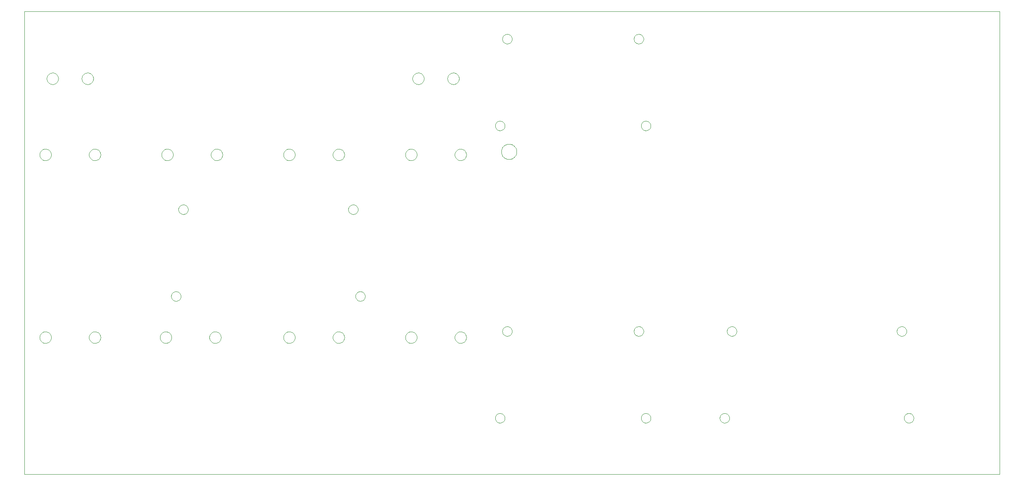
<source format=gko>
G75*
G70*
%OFA0B0*%
%FSLAX24Y24*%
%IPPOS*%
%LPD*%
%AMOC8*
5,1,8,0,0,1.08239X$1,22.5*
%
%ADD10C,0.0000*%
D10*
X001625Y002625D02*
X001625Y040625D01*
X081625Y040625D01*
X081625Y002625D01*
X001625Y002625D01*
X002873Y013875D02*
X002875Y013918D01*
X002881Y013961D01*
X002891Y014003D01*
X002904Y014044D01*
X002921Y014083D01*
X002942Y014121D01*
X002966Y014157D01*
X002993Y014191D01*
X003023Y014221D01*
X003056Y014249D01*
X003092Y014274D01*
X003129Y014296D01*
X003168Y014314D01*
X003209Y014328D01*
X003251Y014339D01*
X003293Y014346D01*
X003336Y014349D01*
X003379Y014348D01*
X003422Y014343D01*
X003464Y014334D01*
X003506Y014322D01*
X003546Y014305D01*
X003584Y014285D01*
X003620Y014262D01*
X003654Y014236D01*
X003686Y014206D01*
X003715Y014174D01*
X003740Y014139D01*
X003763Y014103D01*
X003782Y014064D01*
X003797Y014024D01*
X003809Y013982D01*
X003817Y013940D01*
X003821Y013897D01*
X003821Y013853D01*
X003817Y013810D01*
X003809Y013768D01*
X003797Y013726D01*
X003782Y013686D01*
X003763Y013647D01*
X003740Y013611D01*
X003715Y013576D01*
X003686Y013544D01*
X003654Y013514D01*
X003620Y013488D01*
X003584Y013465D01*
X003546Y013445D01*
X003506Y013428D01*
X003464Y013416D01*
X003422Y013407D01*
X003379Y013402D01*
X003336Y013401D01*
X003293Y013404D01*
X003251Y013411D01*
X003209Y013422D01*
X003168Y013436D01*
X003129Y013454D01*
X003092Y013476D01*
X003056Y013501D01*
X003023Y013529D01*
X002993Y013559D01*
X002966Y013593D01*
X002942Y013629D01*
X002921Y013667D01*
X002904Y013706D01*
X002891Y013747D01*
X002881Y013789D01*
X002875Y013832D01*
X002873Y013875D01*
X006929Y013875D02*
X006931Y013918D01*
X006937Y013961D01*
X006947Y014003D01*
X006960Y014044D01*
X006977Y014083D01*
X006998Y014121D01*
X007022Y014157D01*
X007049Y014191D01*
X007079Y014221D01*
X007112Y014249D01*
X007148Y014274D01*
X007185Y014296D01*
X007224Y014314D01*
X007265Y014328D01*
X007307Y014339D01*
X007349Y014346D01*
X007392Y014349D01*
X007435Y014348D01*
X007478Y014343D01*
X007520Y014334D01*
X007562Y014322D01*
X007602Y014305D01*
X007640Y014285D01*
X007676Y014262D01*
X007710Y014236D01*
X007742Y014206D01*
X007771Y014174D01*
X007796Y014139D01*
X007819Y014103D01*
X007838Y014064D01*
X007853Y014024D01*
X007865Y013982D01*
X007873Y013940D01*
X007877Y013897D01*
X007877Y013853D01*
X007873Y013810D01*
X007865Y013768D01*
X007853Y013726D01*
X007838Y013686D01*
X007819Y013647D01*
X007796Y013611D01*
X007771Y013576D01*
X007742Y013544D01*
X007710Y013514D01*
X007676Y013488D01*
X007640Y013465D01*
X007602Y013445D01*
X007562Y013428D01*
X007520Y013416D01*
X007478Y013407D01*
X007435Y013402D01*
X007392Y013401D01*
X007349Y013404D01*
X007307Y013411D01*
X007265Y013422D01*
X007224Y013436D01*
X007185Y013454D01*
X007148Y013476D01*
X007112Y013501D01*
X007079Y013529D01*
X007049Y013559D01*
X007022Y013593D01*
X006998Y013629D01*
X006977Y013667D01*
X006960Y013706D01*
X006947Y013747D01*
X006937Y013789D01*
X006931Y013832D01*
X006929Y013875D01*
X012748Y013875D02*
X012750Y013918D01*
X012756Y013961D01*
X012766Y014003D01*
X012779Y014044D01*
X012796Y014083D01*
X012817Y014121D01*
X012841Y014157D01*
X012868Y014191D01*
X012898Y014221D01*
X012931Y014249D01*
X012967Y014274D01*
X013004Y014296D01*
X013043Y014314D01*
X013084Y014328D01*
X013126Y014339D01*
X013168Y014346D01*
X013211Y014349D01*
X013254Y014348D01*
X013297Y014343D01*
X013339Y014334D01*
X013381Y014322D01*
X013421Y014305D01*
X013459Y014285D01*
X013495Y014262D01*
X013529Y014236D01*
X013561Y014206D01*
X013590Y014174D01*
X013615Y014139D01*
X013638Y014103D01*
X013657Y014064D01*
X013672Y014024D01*
X013684Y013982D01*
X013692Y013940D01*
X013696Y013897D01*
X013696Y013853D01*
X013692Y013810D01*
X013684Y013768D01*
X013672Y013726D01*
X013657Y013686D01*
X013638Y013647D01*
X013615Y013611D01*
X013590Y013576D01*
X013561Y013544D01*
X013529Y013514D01*
X013495Y013488D01*
X013459Y013465D01*
X013421Y013445D01*
X013381Y013428D01*
X013339Y013416D01*
X013297Y013407D01*
X013254Y013402D01*
X013211Y013401D01*
X013168Y013404D01*
X013126Y013411D01*
X013084Y013422D01*
X013043Y013436D01*
X013004Y013454D01*
X012967Y013476D01*
X012931Y013501D01*
X012898Y013529D01*
X012868Y013559D01*
X012841Y013593D01*
X012817Y013629D01*
X012796Y013667D01*
X012779Y013706D01*
X012766Y013747D01*
X012756Y013789D01*
X012750Y013832D01*
X012748Y013875D01*
X016804Y013875D02*
X016806Y013918D01*
X016812Y013961D01*
X016822Y014003D01*
X016835Y014044D01*
X016852Y014083D01*
X016873Y014121D01*
X016897Y014157D01*
X016924Y014191D01*
X016954Y014221D01*
X016987Y014249D01*
X017023Y014274D01*
X017060Y014296D01*
X017099Y014314D01*
X017140Y014328D01*
X017182Y014339D01*
X017224Y014346D01*
X017267Y014349D01*
X017310Y014348D01*
X017353Y014343D01*
X017395Y014334D01*
X017437Y014322D01*
X017477Y014305D01*
X017515Y014285D01*
X017551Y014262D01*
X017585Y014236D01*
X017617Y014206D01*
X017646Y014174D01*
X017671Y014139D01*
X017694Y014103D01*
X017713Y014064D01*
X017728Y014024D01*
X017740Y013982D01*
X017748Y013940D01*
X017752Y013897D01*
X017752Y013853D01*
X017748Y013810D01*
X017740Y013768D01*
X017728Y013726D01*
X017713Y013686D01*
X017694Y013647D01*
X017671Y013611D01*
X017646Y013576D01*
X017617Y013544D01*
X017585Y013514D01*
X017551Y013488D01*
X017515Y013465D01*
X017477Y013445D01*
X017437Y013428D01*
X017395Y013416D01*
X017353Y013407D01*
X017310Y013402D01*
X017267Y013401D01*
X017224Y013404D01*
X017182Y013411D01*
X017140Y013422D01*
X017099Y013436D01*
X017060Y013454D01*
X017023Y013476D01*
X016987Y013501D01*
X016954Y013529D01*
X016924Y013559D01*
X016897Y013593D01*
X016873Y013629D01*
X016852Y013667D01*
X016835Y013706D01*
X016822Y013747D01*
X016812Y013789D01*
X016806Y013832D01*
X016804Y013875D01*
X013672Y017251D02*
X013674Y017290D01*
X013680Y017329D01*
X013690Y017367D01*
X013703Y017404D01*
X013720Y017439D01*
X013740Y017473D01*
X013764Y017504D01*
X013791Y017533D01*
X013820Y017559D01*
X013852Y017582D01*
X013886Y017602D01*
X013922Y017618D01*
X013959Y017630D01*
X013998Y017639D01*
X014037Y017644D01*
X014076Y017645D01*
X014115Y017642D01*
X014154Y017635D01*
X014191Y017624D01*
X014228Y017610D01*
X014263Y017592D01*
X014296Y017571D01*
X014327Y017546D01*
X014355Y017519D01*
X014380Y017489D01*
X014402Y017456D01*
X014421Y017422D01*
X014436Y017386D01*
X014448Y017348D01*
X014456Y017310D01*
X014460Y017271D01*
X014460Y017231D01*
X014456Y017192D01*
X014448Y017154D01*
X014436Y017116D01*
X014421Y017080D01*
X014402Y017046D01*
X014380Y017013D01*
X014355Y016983D01*
X014327Y016956D01*
X014296Y016931D01*
X014263Y016910D01*
X014228Y016892D01*
X014191Y016878D01*
X014154Y016867D01*
X014115Y016860D01*
X014076Y016857D01*
X014037Y016858D01*
X013998Y016863D01*
X013959Y016872D01*
X013922Y016884D01*
X013886Y016900D01*
X013852Y016920D01*
X013820Y016943D01*
X013791Y016969D01*
X013764Y016998D01*
X013740Y017029D01*
X013720Y017063D01*
X013703Y017098D01*
X013690Y017135D01*
X013680Y017173D01*
X013674Y017212D01*
X013672Y017251D01*
X022873Y013875D02*
X022875Y013918D01*
X022881Y013961D01*
X022891Y014003D01*
X022904Y014044D01*
X022921Y014083D01*
X022942Y014121D01*
X022966Y014157D01*
X022993Y014191D01*
X023023Y014221D01*
X023056Y014249D01*
X023092Y014274D01*
X023129Y014296D01*
X023168Y014314D01*
X023209Y014328D01*
X023251Y014339D01*
X023293Y014346D01*
X023336Y014349D01*
X023379Y014348D01*
X023422Y014343D01*
X023464Y014334D01*
X023506Y014322D01*
X023546Y014305D01*
X023584Y014285D01*
X023620Y014262D01*
X023654Y014236D01*
X023686Y014206D01*
X023715Y014174D01*
X023740Y014139D01*
X023763Y014103D01*
X023782Y014064D01*
X023797Y014024D01*
X023809Y013982D01*
X023817Y013940D01*
X023821Y013897D01*
X023821Y013853D01*
X023817Y013810D01*
X023809Y013768D01*
X023797Y013726D01*
X023782Y013686D01*
X023763Y013647D01*
X023740Y013611D01*
X023715Y013576D01*
X023686Y013544D01*
X023654Y013514D01*
X023620Y013488D01*
X023584Y013465D01*
X023546Y013445D01*
X023506Y013428D01*
X023464Y013416D01*
X023422Y013407D01*
X023379Y013402D01*
X023336Y013401D01*
X023293Y013404D01*
X023251Y013411D01*
X023209Y013422D01*
X023168Y013436D01*
X023129Y013454D01*
X023092Y013476D01*
X023056Y013501D01*
X023023Y013529D01*
X022993Y013559D01*
X022966Y013593D01*
X022942Y013629D01*
X022921Y013667D01*
X022904Y013706D01*
X022891Y013747D01*
X022881Y013789D01*
X022875Y013832D01*
X022873Y013875D01*
X026929Y013875D02*
X026931Y013918D01*
X026937Y013961D01*
X026947Y014003D01*
X026960Y014044D01*
X026977Y014083D01*
X026998Y014121D01*
X027022Y014157D01*
X027049Y014191D01*
X027079Y014221D01*
X027112Y014249D01*
X027148Y014274D01*
X027185Y014296D01*
X027224Y014314D01*
X027265Y014328D01*
X027307Y014339D01*
X027349Y014346D01*
X027392Y014349D01*
X027435Y014348D01*
X027478Y014343D01*
X027520Y014334D01*
X027562Y014322D01*
X027602Y014305D01*
X027640Y014285D01*
X027676Y014262D01*
X027710Y014236D01*
X027742Y014206D01*
X027771Y014174D01*
X027796Y014139D01*
X027819Y014103D01*
X027838Y014064D01*
X027853Y014024D01*
X027865Y013982D01*
X027873Y013940D01*
X027877Y013897D01*
X027877Y013853D01*
X027873Y013810D01*
X027865Y013768D01*
X027853Y013726D01*
X027838Y013686D01*
X027819Y013647D01*
X027796Y013611D01*
X027771Y013576D01*
X027742Y013544D01*
X027710Y013514D01*
X027676Y013488D01*
X027640Y013465D01*
X027602Y013445D01*
X027562Y013428D01*
X027520Y013416D01*
X027478Y013407D01*
X027435Y013402D01*
X027392Y013401D01*
X027349Y013404D01*
X027307Y013411D01*
X027265Y013422D01*
X027224Y013436D01*
X027185Y013454D01*
X027148Y013476D01*
X027112Y013501D01*
X027079Y013529D01*
X027049Y013559D01*
X027022Y013593D01*
X026998Y013629D01*
X026977Y013667D01*
X026960Y013706D01*
X026947Y013747D01*
X026937Y013789D01*
X026931Y013832D01*
X026929Y013875D01*
X028790Y017251D02*
X028792Y017290D01*
X028798Y017329D01*
X028808Y017367D01*
X028821Y017404D01*
X028838Y017439D01*
X028858Y017473D01*
X028882Y017504D01*
X028909Y017533D01*
X028938Y017559D01*
X028970Y017582D01*
X029004Y017602D01*
X029040Y017618D01*
X029077Y017630D01*
X029116Y017639D01*
X029155Y017644D01*
X029194Y017645D01*
X029233Y017642D01*
X029272Y017635D01*
X029309Y017624D01*
X029346Y017610D01*
X029381Y017592D01*
X029414Y017571D01*
X029445Y017546D01*
X029473Y017519D01*
X029498Y017489D01*
X029520Y017456D01*
X029539Y017422D01*
X029554Y017386D01*
X029566Y017348D01*
X029574Y017310D01*
X029578Y017271D01*
X029578Y017231D01*
X029574Y017192D01*
X029566Y017154D01*
X029554Y017116D01*
X029539Y017080D01*
X029520Y017046D01*
X029498Y017013D01*
X029473Y016983D01*
X029445Y016956D01*
X029414Y016931D01*
X029381Y016910D01*
X029346Y016892D01*
X029309Y016878D01*
X029272Y016867D01*
X029233Y016860D01*
X029194Y016857D01*
X029155Y016858D01*
X029116Y016863D01*
X029077Y016872D01*
X029040Y016884D01*
X029004Y016900D01*
X028970Y016920D01*
X028938Y016943D01*
X028909Y016969D01*
X028882Y016998D01*
X028858Y017029D01*
X028838Y017063D01*
X028821Y017098D01*
X028808Y017135D01*
X028798Y017173D01*
X028792Y017212D01*
X028790Y017251D01*
X032873Y013875D02*
X032875Y013918D01*
X032881Y013961D01*
X032891Y014003D01*
X032904Y014044D01*
X032921Y014083D01*
X032942Y014121D01*
X032966Y014157D01*
X032993Y014191D01*
X033023Y014221D01*
X033056Y014249D01*
X033092Y014274D01*
X033129Y014296D01*
X033168Y014314D01*
X033209Y014328D01*
X033251Y014339D01*
X033293Y014346D01*
X033336Y014349D01*
X033379Y014348D01*
X033422Y014343D01*
X033464Y014334D01*
X033506Y014322D01*
X033546Y014305D01*
X033584Y014285D01*
X033620Y014262D01*
X033654Y014236D01*
X033686Y014206D01*
X033715Y014174D01*
X033740Y014139D01*
X033763Y014103D01*
X033782Y014064D01*
X033797Y014024D01*
X033809Y013982D01*
X033817Y013940D01*
X033821Y013897D01*
X033821Y013853D01*
X033817Y013810D01*
X033809Y013768D01*
X033797Y013726D01*
X033782Y013686D01*
X033763Y013647D01*
X033740Y013611D01*
X033715Y013576D01*
X033686Y013544D01*
X033654Y013514D01*
X033620Y013488D01*
X033584Y013465D01*
X033546Y013445D01*
X033506Y013428D01*
X033464Y013416D01*
X033422Y013407D01*
X033379Y013402D01*
X033336Y013401D01*
X033293Y013404D01*
X033251Y013411D01*
X033209Y013422D01*
X033168Y013436D01*
X033129Y013454D01*
X033092Y013476D01*
X033056Y013501D01*
X033023Y013529D01*
X032993Y013559D01*
X032966Y013593D01*
X032942Y013629D01*
X032921Y013667D01*
X032904Y013706D01*
X032891Y013747D01*
X032881Y013789D01*
X032875Y013832D01*
X032873Y013875D01*
X036929Y013875D02*
X036931Y013918D01*
X036937Y013961D01*
X036947Y014003D01*
X036960Y014044D01*
X036977Y014083D01*
X036998Y014121D01*
X037022Y014157D01*
X037049Y014191D01*
X037079Y014221D01*
X037112Y014249D01*
X037148Y014274D01*
X037185Y014296D01*
X037224Y014314D01*
X037265Y014328D01*
X037307Y014339D01*
X037349Y014346D01*
X037392Y014349D01*
X037435Y014348D01*
X037478Y014343D01*
X037520Y014334D01*
X037562Y014322D01*
X037602Y014305D01*
X037640Y014285D01*
X037676Y014262D01*
X037710Y014236D01*
X037742Y014206D01*
X037771Y014174D01*
X037796Y014139D01*
X037819Y014103D01*
X037838Y014064D01*
X037853Y014024D01*
X037865Y013982D01*
X037873Y013940D01*
X037877Y013897D01*
X037877Y013853D01*
X037873Y013810D01*
X037865Y013768D01*
X037853Y013726D01*
X037838Y013686D01*
X037819Y013647D01*
X037796Y013611D01*
X037771Y013576D01*
X037742Y013544D01*
X037710Y013514D01*
X037676Y013488D01*
X037640Y013465D01*
X037602Y013445D01*
X037562Y013428D01*
X037520Y013416D01*
X037478Y013407D01*
X037435Y013402D01*
X037392Y013401D01*
X037349Y013404D01*
X037307Y013411D01*
X037265Y013422D01*
X037224Y013436D01*
X037185Y013454D01*
X037148Y013476D01*
X037112Y013501D01*
X037079Y013529D01*
X037049Y013559D01*
X037022Y013593D01*
X036998Y013629D01*
X036977Y013667D01*
X036960Y013706D01*
X036947Y013747D01*
X036937Y013789D01*
X036931Y013832D01*
X036929Y013875D01*
X040837Y014377D02*
X040839Y014416D01*
X040845Y014455D01*
X040855Y014493D01*
X040868Y014530D01*
X040885Y014565D01*
X040905Y014599D01*
X040929Y014630D01*
X040956Y014659D01*
X040985Y014685D01*
X041017Y014708D01*
X041051Y014728D01*
X041087Y014744D01*
X041124Y014756D01*
X041163Y014765D01*
X041202Y014770D01*
X041241Y014771D01*
X041280Y014768D01*
X041319Y014761D01*
X041356Y014750D01*
X041393Y014736D01*
X041428Y014718D01*
X041461Y014697D01*
X041492Y014672D01*
X041520Y014645D01*
X041545Y014615D01*
X041567Y014582D01*
X041586Y014548D01*
X041601Y014512D01*
X041613Y014474D01*
X041621Y014436D01*
X041625Y014397D01*
X041625Y014357D01*
X041621Y014318D01*
X041613Y014280D01*
X041601Y014242D01*
X041586Y014206D01*
X041567Y014172D01*
X041545Y014139D01*
X041520Y014109D01*
X041492Y014082D01*
X041461Y014057D01*
X041428Y014036D01*
X041393Y014018D01*
X041356Y014004D01*
X041319Y013993D01*
X041280Y013986D01*
X041241Y013983D01*
X041202Y013984D01*
X041163Y013989D01*
X041124Y013998D01*
X041087Y014010D01*
X041051Y014026D01*
X041017Y014046D01*
X040985Y014069D01*
X040956Y014095D01*
X040929Y014124D01*
X040905Y014155D01*
X040885Y014189D01*
X040868Y014224D01*
X040855Y014261D01*
X040845Y014299D01*
X040839Y014338D01*
X040837Y014377D01*
X051625Y014377D02*
X051627Y014416D01*
X051633Y014455D01*
X051643Y014493D01*
X051656Y014530D01*
X051673Y014565D01*
X051693Y014599D01*
X051717Y014630D01*
X051744Y014659D01*
X051773Y014685D01*
X051805Y014708D01*
X051839Y014728D01*
X051875Y014744D01*
X051912Y014756D01*
X051951Y014765D01*
X051990Y014770D01*
X052029Y014771D01*
X052068Y014768D01*
X052107Y014761D01*
X052144Y014750D01*
X052181Y014736D01*
X052216Y014718D01*
X052249Y014697D01*
X052280Y014672D01*
X052308Y014645D01*
X052333Y014615D01*
X052355Y014582D01*
X052374Y014548D01*
X052389Y014512D01*
X052401Y014474D01*
X052409Y014436D01*
X052413Y014397D01*
X052413Y014357D01*
X052409Y014318D01*
X052401Y014280D01*
X052389Y014242D01*
X052374Y014206D01*
X052355Y014172D01*
X052333Y014139D01*
X052308Y014109D01*
X052280Y014082D01*
X052249Y014057D01*
X052216Y014036D01*
X052181Y014018D01*
X052144Y014004D01*
X052107Y013993D01*
X052068Y013986D01*
X052029Y013983D01*
X051990Y013984D01*
X051951Y013989D01*
X051912Y013998D01*
X051875Y014010D01*
X051839Y014026D01*
X051805Y014046D01*
X051773Y014069D01*
X051744Y014095D01*
X051717Y014124D01*
X051693Y014155D01*
X051673Y014189D01*
X051656Y014224D01*
X051643Y014261D01*
X051633Y014299D01*
X051627Y014338D01*
X051625Y014377D01*
X059262Y014377D02*
X059264Y014416D01*
X059270Y014455D01*
X059280Y014493D01*
X059293Y014530D01*
X059310Y014565D01*
X059330Y014599D01*
X059354Y014630D01*
X059381Y014659D01*
X059410Y014685D01*
X059442Y014708D01*
X059476Y014728D01*
X059512Y014744D01*
X059549Y014756D01*
X059588Y014765D01*
X059627Y014770D01*
X059666Y014771D01*
X059705Y014768D01*
X059744Y014761D01*
X059781Y014750D01*
X059818Y014736D01*
X059853Y014718D01*
X059886Y014697D01*
X059917Y014672D01*
X059945Y014645D01*
X059970Y014615D01*
X059992Y014582D01*
X060011Y014548D01*
X060026Y014512D01*
X060038Y014474D01*
X060046Y014436D01*
X060050Y014397D01*
X060050Y014357D01*
X060046Y014318D01*
X060038Y014280D01*
X060026Y014242D01*
X060011Y014206D01*
X059992Y014172D01*
X059970Y014139D01*
X059945Y014109D01*
X059917Y014082D01*
X059886Y014057D01*
X059853Y014036D01*
X059818Y014018D01*
X059781Y014004D01*
X059744Y013993D01*
X059705Y013986D01*
X059666Y013983D01*
X059627Y013984D01*
X059588Y013989D01*
X059549Y013998D01*
X059512Y014010D01*
X059476Y014026D01*
X059442Y014046D01*
X059410Y014069D01*
X059381Y014095D01*
X059354Y014124D01*
X059330Y014155D01*
X059310Y014189D01*
X059293Y014224D01*
X059280Y014261D01*
X059270Y014299D01*
X059264Y014338D01*
X059262Y014377D01*
X073200Y014377D02*
X073202Y014416D01*
X073208Y014455D01*
X073218Y014493D01*
X073231Y014530D01*
X073248Y014565D01*
X073268Y014599D01*
X073292Y014630D01*
X073319Y014659D01*
X073348Y014685D01*
X073380Y014708D01*
X073414Y014728D01*
X073450Y014744D01*
X073487Y014756D01*
X073526Y014765D01*
X073565Y014770D01*
X073604Y014771D01*
X073643Y014768D01*
X073682Y014761D01*
X073719Y014750D01*
X073756Y014736D01*
X073791Y014718D01*
X073824Y014697D01*
X073855Y014672D01*
X073883Y014645D01*
X073908Y014615D01*
X073930Y014582D01*
X073949Y014548D01*
X073964Y014512D01*
X073976Y014474D01*
X073984Y014436D01*
X073988Y014397D01*
X073988Y014357D01*
X073984Y014318D01*
X073976Y014280D01*
X073964Y014242D01*
X073949Y014206D01*
X073930Y014172D01*
X073908Y014139D01*
X073883Y014109D01*
X073855Y014082D01*
X073824Y014057D01*
X073791Y014036D01*
X073756Y014018D01*
X073719Y014004D01*
X073682Y013993D01*
X073643Y013986D01*
X073604Y013983D01*
X073565Y013984D01*
X073526Y013989D01*
X073487Y013998D01*
X073450Y014010D01*
X073414Y014026D01*
X073380Y014046D01*
X073348Y014069D01*
X073319Y014095D01*
X073292Y014124D01*
X073268Y014155D01*
X073248Y014189D01*
X073231Y014224D01*
X073218Y014261D01*
X073208Y014299D01*
X073202Y014338D01*
X073200Y014377D01*
X073790Y007251D02*
X073792Y007290D01*
X073798Y007329D01*
X073808Y007367D01*
X073821Y007404D01*
X073838Y007439D01*
X073858Y007473D01*
X073882Y007504D01*
X073909Y007533D01*
X073938Y007559D01*
X073970Y007582D01*
X074004Y007602D01*
X074040Y007618D01*
X074077Y007630D01*
X074116Y007639D01*
X074155Y007644D01*
X074194Y007645D01*
X074233Y007642D01*
X074272Y007635D01*
X074309Y007624D01*
X074346Y007610D01*
X074381Y007592D01*
X074414Y007571D01*
X074445Y007546D01*
X074473Y007519D01*
X074498Y007489D01*
X074520Y007456D01*
X074539Y007422D01*
X074554Y007386D01*
X074566Y007348D01*
X074574Y007310D01*
X074578Y007271D01*
X074578Y007231D01*
X074574Y007192D01*
X074566Y007154D01*
X074554Y007116D01*
X074539Y007080D01*
X074520Y007046D01*
X074498Y007013D01*
X074473Y006983D01*
X074445Y006956D01*
X074414Y006931D01*
X074381Y006910D01*
X074346Y006892D01*
X074309Y006878D01*
X074272Y006867D01*
X074233Y006860D01*
X074194Y006857D01*
X074155Y006858D01*
X074116Y006863D01*
X074077Y006872D01*
X074040Y006884D01*
X074004Y006900D01*
X073970Y006920D01*
X073938Y006943D01*
X073909Y006969D01*
X073882Y006998D01*
X073858Y007029D01*
X073838Y007063D01*
X073821Y007098D01*
X073808Y007135D01*
X073798Y007173D01*
X073792Y007212D01*
X073790Y007251D01*
X058672Y007251D02*
X058674Y007290D01*
X058680Y007329D01*
X058690Y007367D01*
X058703Y007404D01*
X058720Y007439D01*
X058740Y007473D01*
X058764Y007504D01*
X058791Y007533D01*
X058820Y007559D01*
X058852Y007582D01*
X058886Y007602D01*
X058922Y007618D01*
X058959Y007630D01*
X058998Y007639D01*
X059037Y007644D01*
X059076Y007645D01*
X059115Y007642D01*
X059154Y007635D01*
X059191Y007624D01*
X059228Y007610D01*
X059263Y007592D01*
X059296Y007571D01*
X059327Y007546D01*
X059355Y007519D01*
X059380Y007489D01*
X059402Y007456D01*
X059421Y007422D01*
X059436Y007386D01*
X059448Y007348D01*
X059456Y007310D01*
X059460Y007271D01*
X059460Y007231D01*
X059456Y007192D01*
X059448Y007154D01*
X059436Y007116D01*
X059421Y007080D01*
X059402Y007046D01*
X059380Y007013D01*
X059355Y006983D01*
X059327Y006956D01*
X059296Y006931D01*
X059263Y006910D01*
X059228Y006892D01*
X059191Y006878D01*
X059154Y006867D01*
X059115Y006860D01*
X059076Y006857D01*
X059037Y006858D01*
X058998Y006863D01*
X058959Y006872D01*
X058922Y006884D01*
X058886Y006900D01*
X058852Y006920D01*
X058820Y006943D01*
X058791Y006969D01*
X058764Y006998D01*
X058740Y007029D01*
X058720Y007063D01*
X058703Y007098D01*
X058690Y007135D01*
X058680Y007173D01*
X058674Y007212D01*
X058672Y007251D01*
X052215Y007251D02*
X052217Y007290D01*
X052223Y007329D01*
X052233Y007367D01*
X052246Y007404D01*
X052263Y007439D01*
X052283Y007473D01*
X052307Y007504D01*
X052334Y007533D01*
X052363Y007559D01*
X052395Y007582D01*
X052429Y007602D01*
X052465Y007618D01*
X052502Y007630D01*
X052541Y007639D01*
X052580Y007644D01*
X052619Y007645D01*
X052658Y007642D01*
X052697Y007635D01*
X052734Y007624D01*
X052771Y007610D01*
X052806Y007592D01*
X052839Y007571D01*
X052870Y007546D01*
X052898Y007519D01*
X052923Y007489D01*
X052945Y007456D01*
X052964Y007422D01*
X052979Y007386D01*
X052991Y007348D01*
X052999Y007310D01*
X053003Y007271D01*
X053003Y007231D01*
X052999Y007192D01*
X052991Y007154D01*
X052979Y007116D01*
X052964Y007080D01*
X052945Y007046D01*
X052923Y007013D01*
X052898Y006983D01*
X052870Y006956D01*
X052839Y006931D01*
X052806Y006910D01*
X052771Y006892D01*
X052734Y006878D01*
X052697Y006867D01*
X052658Y006860D01*
X052619Y006857D01*
X052580Y006858D01*
X052541Y006863D01*
X052502Y006872D01*
X052465Y006884D01*
X052429Y006900D01*
X052395Y006920D01*
X052363Y006943D01*
X052334Y006969D01*
X052307Y006998D01*
X052283Y007029D01*
X052263Y007063D01*
X052246Y007098D01*
X052233Y007135D01*
X052223Y007173D01*
X052217Y007212D01*
X052215Y007251D01*
X040247Y007251D02*
X040249Y007290D01*
X040255Y007329D01*
X040265Y007367D01*
X040278Y007404D01*
X040295Y007439D01*
X040315Y007473D01*
X040339Y007504D01*
X040366Y007533D01*
X040395Y007559D01*
X040427Y007582D01*
X040461Y007602D01*
X040497Y007618D01*
X040534Y007630D01*
X040573Y007639D01*
X040612Y007644D01*
X040651Y007645D01*
X040690Y007642D01*
X040729Y007635D01*
X040766Y007624D01*
X040803Y007610D01*
X040838Y007592D01*
X040871Y007571D01*
X040902Y007546D01*
X040930Y007519D01*
X040955Y007489D01*
X040977Y007456D01*
X040996Y007422D01*
X041011Y007386D01*
X041023Y007348D01*
X041031Y007310D01*
X041035Y007271D01*
X041035Y007231D01*
X041031Y007192D01*
X041023Y007154D01*
X041011Y007116D01*
X040996Y007080D01*
X040977Y007046D01*
X040955Y007013D01*
X040930Y006983D01*
X040902Y006956D01*
X040871Y006931D01*
X040838Y006910D01*
X040803Y006892D01*
X040766Y006878D01*
X040729Y006867D01*
X040690Y006860D01*
X040651Y006857D01*
X040612Y006858D01*
X040573Y006863D01*
X040534Y006872D01*
X040497Y006884D01*
X040461Y006900D01*
X040427Y006920D01*
X040395Y006943D01*
X040366Y006969D01*
X040339Y006998D01*
X040315Y007029D01*
X040295Y007063D01*
X040278Y007098D01*
X040265Y007135D01*
X040255Y007173D01*
X040249Y007212D01*
X040247Y007251D01*
X028200Y024377D02*
X028202Y024416D01*
X028208Y024455D01*
X028218Y024493D01*
X028231Y024530D01*
X028248Y024565D01*
X028268Y024599D01*
X028292Y024630D01*
X028319Y024659D01*
X028348Y024685D01*
X028380Y024708D01*
X028414Y024728D01*
X028450Y024744D01*
X028487Y024756D01*
X028526Y024765D01*
X028565Y024770D01*
X028604Y024771D01*
X028643Y024768D01*
X028682Y024761D01*
X028719Y024750D01*
X028756Y024736D01*
X028791Y024718D01*
X028824Y024697D01*
X028855Y024672D01*
X028883Y024645D01*
X028908Y024615D01*
X028930Y024582D01*
X028949Y024548D01*
X028964Y024512D01*
X028976Y024474D01*
X028984Y024436D01*
X028988Y024397D01*
X028988Y024357D01*
X028984Y024318D01*
X028976Y024280D01*
X028964Y024242D01*
X028949Y024206D01*
X028930Y024172D01*
X028908Y024139D01*
X028883Y024109D01*
X028855Y024082D01*
X028824Y024057D01*
X028791Y024036D01*
X028756Y024018D01*
X028719Y024004D01*
X028682Y023993D01*
X028643Y023986D01*
X028604Y023983D01*
X028565Y023984D01*
X028526Y023989D01*
X028487Y023998D01*
X028450Y024010D01*
X028414Y024026D01*
X028380Y024046D01*
X028348Y024069D01*
X028319Y024095D01*
X028292Y024124D01*
X028268Y024155D01*
X028248Y024189D01*
X028231Y024224D01*
X028218Y024261D01*
X028208Y024299D01*
X028202Y024338D01*
X028200Y024377D01*
X026929Y028875D02*
X026931Y028918D01*
X026937Y028961D01*
X026947Y029003D01*
X026960Y029044D01*
X026977Y029083D01*
X026998Y029121D01*
X027022Y029157D01*
X027049Y029191D01*
X027079Y029221D01*
X027112Y029249D01*
X027148Y029274D01*
X027185Y029296D01*
X027224Y029314D01*
X027265Y029328D01*
X027307Y029339D01*
X027349Y029346D01*
X027392Y029349D01*
X027435Y029348D01*
X027478Y029343D01*
X027520Y029334D01*
X027562Y029322D01*
X027602Y029305D01*
X027640Y029285D01*
X027676Y029262D01*
X027710Y029236D01*
X027742Y029206D01*
X027771Y029174D01*
X027796Y029139D01*
X027819Y029103D01*
X027838Y029064D01*
X027853Y029024D01*
X027865Y028982D01*
X027873Y028940D01*
X027877Y028897D01*
X027877Y028853D01*
X027873Y028810D01*
X027865Y028768D01*
X027853Y028726D01*
X027838Y028686D01*
X027819Y028647D01*
X027796Y028611D01*
X027771Y028576D01*
X027742Y028544D01*
X027710Y028514D01*
X027676Y028488D01*
X027640Y028465D01*
X027602Y028445D01*
X027562Y028428D01*
X027520Y028416D01*
X027478Y028407D01*
X027435Y028402D01*
X027392Y028401D01*
X027349Y028404D01*
X027307Y028411D01*
X027265Y028422D01*
X027224Y028436D01*
X027185Y028454D01*
X027148Y028476D01*
X027112Y028501D01*
X027079Y028529D01*
X027049Y028559D01*
X027022Y028593D01*
X026998Y028629D01*
X026977Y028667D01*
X026960Y028706D01*
X026947Y028747D01*
X026937Y028789D01*
X026931Y028832D01*
X026929Y028875D01*
X022873Y028875D02*
X022875Y028918D01*
X022881Y028961D01*
X022891Y029003D01*
X022904Y029044D01*
X022921Y029083D01*
X022942Y029121D01*
X022966Y029157D01*
X022993Y029191D01*
X023023Y029221D01*
X023056Y029249D01*
X023092Y029274D01*
X023129Y029296D01*
X023168Y029314D01*
X023209Y029328D01*
X023251Y029339D01*
X023293Y029346D01*
X023336Y029349D01*
X023379Y029348D01*
X023422Y029343D01*
X023464Y029334D01*
X023506Y029322D01*
X023546Y029305D01*
X023584Y029285D01*
X023620Y029262D01*
X023654Y029236D01*
X023686Y029206D01*
X023715Y029174D01*
X023740Y029139D01*
X023763Y029103D01*
X023782Y029064D01*
X023797Y029024D01*
X023809Y028982D01*
X023817Y028940D01*
X023821Y028897D01*
X023821Y028853D01*
X023817Y028810D01*
X023809Y028768D01*
X023797Y028726D01*
X023782Y028686D01*
X023763Y028647D01*
X023740Y028611D01*
X023715Y028576D01*
X023686Y028544D01*
X023654Y028514D01*
X023620Y028488D01*
X023584Y028465D01*
X023546Y028445D01*
X023506Y028428D01*
X023464Y028416D01*
X023422Y028407D01*
X023379Y028402D01*
X023336Y028401D01*
X023293Y028404D01*
X023251Y028411D01*
X023209Y028422D01*
X023168Y028436D01*
X023129Y028454D01*
X023092Y028476D01*
X023056Y028501D01*
X023023Y028529D01*
X022993Y028559D01*
X022966Y028593D01*
X022942Y028629D01*
X022921Y028667D01*
X022904Y028706D01*
X022891Y028747D01*
X022881Y028789D01*
X022875Y028832D01*
X022873Y028875D01*
X016929Y028875D02*
X016931Y028918D01*
X016937Y028961D01*
X016947Y029003D01*
X016960Y029044D01*
X016977Y029083D01*
X016998Y029121D01*
X017022Y029157D01*
X017049Y029191D01*
X017079Y029221D01*
X017112Y029249D01*
X017148Y029274D01*
X017185Y029296D01*
X017224Y029314D01*
X017265Y029328D01*
X017307Y029339D01*
X017349Y029346D01*
X017392Y029349D01*
X017435Y029348D01*
X017478Y029343D01*
X017520Y029334D01*
X017562Y029322D01*
X017602Y029305D01*
X017640Y029285D01*
X017676Y029262D01*
X017710Y029236D01*
X017742Y029206D01*
X017771Y029174D01*
X017796Y029139D01*
X017819Y029103D01*
X017838Y029064D01*
X017853Y029024D01*
X017865Y028982D01*
X017873Y028940D01*
X017877Y028897D01*
X017877Y028853D01*
X017873Y028810D01*
X017865Y028768D01*
X017853Y028726D01*
X017838Y028686D01*
X017819Y028647D01*
X017796Y028611D01*
X017771Y028576D01*
X017742Y028544D01*
X017710Y028514D01*
X017676Y028488D01*
X017640Y028465D01*
X017602Y028445D01*
X017562Y028428D01*
X017520Y028416D01*
X017478Y028407D01*
X017435Y028402D01*
X017392Y028401D01*
X017349Y028404D01*
X017307Y028411D01*
X017265Y028422D01*
X017224Y028436D01*
X017185Y028454D01*
X017148Y028476D01*
X017112Y028501D01*
X017079Y028529D01*
X017049Y028559D01*
X017022Y028593D01*
X016998Y028629D01*
X016977Y028667D01*
X016960Y028706D01*
X016947Y028747D01*
X016937Y028789D01*
X016931Y028832D01*
X016929Y028875D01*
X012873Y028875D02*
X012875Y028918D01*
X012881Y028961D01*
X012891Y029003D01*
X012904Y029044D01*
X012921Y029083D01*
X012942Y029121D01*
X012966Y029157D01*
X012993Y029191D01*
X013023Y029221D01*
X013056Y029249D01*
X013092Y029274D01*
X013129Y029296D01*
X013168Y029314D01*
X013209Y029328D01*
X013251Y029339D01*
X013293Y029346D01*
X013336Y029349D01*
X013379Y029348D01*
X013422Y029343D01*
X013464Y029334D01*
X013506Y029322D01*
X013546Y029305D01*
X013584Y029285D01*
X013620Y029262D01*
X013654Y029236D01*
X013686Y029206D01*
X013715Y029174D01*
X013740Y029139D01*
X013763Y029103D01*
X013782Y029064D01*
X013797Y029024D01*
X013809Y028982D01*
X013817Y028940D01*
X013821Y028897D01*
X013821Y028853D01*
X013817Y028810D01*
X013809Y028768D01*
X013797Y028726D01*
X013782Y028686D01*
X013763Y028647D01*
X013740Y028611D01*
X013715Y028576D01*
X013686Y028544D01*
X013654Y028514D01*
X013620Y028488D01*
X013584Y028465D01*
X013546Y028445D01*
X013506Y028428D01*
X013464Y028416D01*
X013422Y028407D01*
X013379Y028402D01*
X013336Y028401D01*
X013293Y028404D01*
X013251Y028411D01*
X013209Y028422D01*
X013168Y028436D01*
X013129Y028454D01*
X013092Y028476D01*
X013056Y028501D01*
X013023Y028529D01*
X012993Y028559D01*
X012966Y028593D01*
X012942Y028629D01*
X012921Y028667D01*
X012904Y028706D01*
X012891Y028747D01*
X012881Y028789D01*
X012875Y028832D01*
X012873Y028875D01*
X006929Y028875D02*
X006931Y028918D01*
X006937Y028961D01*
X006947Y029003D01*
X006960Y029044D01*
X006977Y029083D01*
X006998Y029121D01*
X007022Y029157D01*
X007049Y029191D01*
X007079Y029221D01*
X007112Y029249D01*
X007148Y029274D01*
X007185Y029296D01*
X007224Y029314D01*
X007265Y029328D01*
X007307Y029339D01*
X007349Y029346D01*
X007392Y029349D01*
X007435Y029348D01*
X007478Y029343D01*
X007520Y029334D01*
X007562Y029322D01*
X007602Y029305D01*
X007640Y029285D01*
X007676Y029262D01*
X007710Y029236D01*
X007742Y029206D01*
X007771Y029174D01*
X007796Y029139D01*
X007819Y029103D01*
X007838Y029064D01*
X007853Y029024D01*
X007865Y028982D01*
X007873Y028940D01*
X007877Y028897D01*
X007877Y028853D01*
X007873Y028810D01*
X007865Y028768D01*
X007853Y028726D01*
X007838Y028686D01*
X007819Y028647D01*
X007796Y028611D01*
X007771Y028576D01*
X007742Y028544D01*
X007710Y028514D01*
X007676Y028488D01*
X007640Y028465D01*
X007602Y028445D01*
X007562Y028428D01*
X007520Y028416D01*
X007478Y028407D01*
X007435Y028402D01*
X007392Y028401D01*
X007349Y028404D01*
X007307Y028411D01*
X007265Y028422D01*
X007224Y028436D01*
X007185Y028454D01*
X007148Y028476D01*
X007112Y028501D01*
X007079Y028529D01*
X007049Y028559D01*
X007022Y028593D01*
X006998Y028629D01*
X006977Y028667D01*
X006960Y028706D01*
X006947Y028747D01*
X006937Y028789D01*
X006931Y028832D01*
X006929Y028875D01*
X002873Y028875D02*
X002875Y028918D01*
X002881Y028961D01*
X002891Y029003D01*
X002904Y029044D01*
X002921Y029083D01*
X002942Y029121D01*
X002966Y029157D01*
X002993Y029191D01*
X003023Y029221D01*
X003056Y029249D01*
X003092Y029274D01*
X003129Y029296D01*
X003168Y029314D01*
X003209Y029328D01*
X003251Y029339D01*
X003293Y029346D01*
X003336Y029349D01*
X003379Y029348D01*
X003422Y029343D01*
X003464Y029334D01*
X003506Y029322D01*
X003546Y029305D01*
X003584Y029285D01*
X003620Y029262D01*
X003654Y029236D01*
X003686Y029206D01*
X003715Y029174D01*
X003740Y029139D01*
X003763Y029103D01*
X003782Y029064D01*
X003797Y029024D01*
X003809Y028982D01*
X003817Y028940D01*
X003821Y028897D01*
X003821Y028853D01*
X003817Y028810D01*
X003809Y028768D01*
X003797Y028726D01*
X003782Y028686D01*
X003763Y028647D01*
X003740Y028611D01*
X003715Y028576D01*
X003686Y028544D01*
X003654Y028514D01*
X003620Y028488D01*
X003584Y028465D01*
X003546Y028445D01*
X003506Y028428D01*
X003464Y028416D01*
X003422Y028407D01*
X003379Y028402D01*
X003336Y028401D01*
X003293Y028404D01*
X003251Y028411D01*
X003209Y028422D01*
X003168Y028436D01*
X003129Y028454D01*
X003092Y028476D01*
X003056Y028501D01*
X003023Y028529D01*
X002993Y028559D01*
X002966Y028593D01*
X002942Y028629D01*
X002921Y028667D01*
X002904Y028706D01*
X002891Y028747D01*
X002881Y028789D01*
X002875Y028832D01*
X002873Y028875D01*
X014262Y024377D02*
X014264Y024416D01*
X014270Y024455D01*
X014280Y024493D01*
X014293Y024530D01*
X014310Y024565D01*
X014330Y024599D01*
X014354Y024630D01*
X014381Y024659D01*
X014410Y024685D01*
X014442Y024708D01*
X014476Y024728D01*
X014512Y024744D01*
X014549Y024756D01*
X014588Y024765D01*
X014627Y024770D01*
X014666Y024771D01*
X014705Y024768D01*
X014744Y024761D01*
X014781Y024750D01*
X014818Y024736D01*
X014853Y024718D01*
X014886Y024697D01*
X014917Y024672D01*
X014945Y024645D01*
X014970Y024615D01*
X014992Y024582D01*
X015011Y024548D01*
X015026Y024512D01*
X015038Y024474D01*
X015046Y024436D01*
X015050Y024397D01*
X015050Y024357D01*
X015046Y024318D01*
X015038Y024280D01*
X015026Y024242D01*
X015011Y024206D01*
X014992Y024172D01*
X014970Y024139D01*
X014945Y024109D01*
X014917Y024082D01*
X014886Y024057D01*
X014853Y024036D01*
X014818Y024018D01*
X014781Y024004D01*
X014744Y023993D01*
X014705Y023986D01*
X014666Y023983D01*
X014627Y023984D01*
X014588Y023989D01*
X014549Y023998D01*
X014512Y024010D01*
X014476Y024026D01*
X014442Y024046D01*
X014410Y024069D01*
X014381Y024095D01*
X014354Y024124D01*
X014330Y024155D01*
X014310Y024189D01*
X014293Y024224D01*
X014280Y024261D01*
X014270Y024299D01*
X014264Y024338D01*
X014262Y024377D01*
X032873Y028875D02*
X032875Y028918D01*
X032881Y028961D01*
X032891Y029003D01*
X032904Y029044D01*
X032921Y029083D01*
X032942Y029121D01*
X032966Y029157D01*
X032993Y029191D01*
X033023Y029221D01*
X033056Y029249D01*
X033092Y029274D01*
X033129Y029296D01*
X033168Y029314D01*
X033209Y029328D01*
X033251Y029339D01*
X033293Y029346D01*
X033336Y029349D01*
X033379Y029348D01*
X033422Y029343D01*
X033464Y029334D01*
X033506Y029322D01*
X033546Y029305D01*
X033584Y029285D01*
X033620Y029262D01*
X033654Y029236D01*
X033686Y029206D01*
X033715Y029174D01*
X033740Y029139D01*
X033763Y029103D01*
X033782Y029064D01*
X033797Y029024D01*
X033809Y028982D01*
X033817Y028940D01*
X033821Y028897D01*
X033821Y028853D01*
X033817Y028810D01*
X033809Y028768D01*
X033797Y028726D01*
X033782Y028686D01*
X033763Y028647D01*
X033740Y028611D01*
X033715Y028576D01*
X033686Y028544D01*
X033654Y028514D01*
X033620Y028488D01*
X033584Y028465D01*
X033546Y028445D01*
X033506Y028428D01*
X033464Y028416D01*
X033422Y028407D01*
X033379Y028402D01*
X033336Y028401D01*
X033293Y028404D01*
X033251Y028411D01*
X033209Y028422D01*
X033168Y028436D01*
X033129Y028454D01*
X033092Y028476D01*
X033056Y028501D01*
X033023Y028529D01*
X032993Y028559D01*
X032966Y028593D01*
X032942Y028629D01*
X032921Y028667D01*
X032904Y028706D01*
X032891Y028747D01*
X032881Y028789D01*
X032875Y028832D01*
X032873Y028875D01*
X036929Y028875D02*
X036931Y028918D01*
X036937Y028961D01*
X036947Y029003D01*
X036960Y029044D01*
X036977Y029083D01*
X036998Y029121D01*
X037022Y029157D01*
X037049Y029191D01*
X037079Y029221D01*
X037112Y029249D01*
X037148Y029274D01*
X037185Y029296D01*
X037224Y029314D01*
X037265Y029328D01*
X037307Y029339D01*
X037349Y029346D01*
X037392Y029349D01*
X037435Y029348D01*
X037478Y029343D01*
X037520Y029334D01*
X037562Y029322D01*
X037602Y029305D01*
X037640Y029285D01*
X037676Y029262D01*
X037710Y029236D01*
X037742Y029206D01*
X037771Y029174D01*
X037796Y029139D01*
X037819Y029103D01*
X037838Y029064D01*
X037853Y029024D01*
X037865Y028982D01*
X037873Y028940D01*
X037877Y028897D01*
X037877Y028853D01*
X037873Y028810D01*
X037865Y028768D01*
X037853Y028726D01*
X037838Y028686D01*
X037819Y028647D01*
X037796Y028611D01*
X037771Y028576D01*
X037742Y028544D01*
X037710Y028514D01*
X037676Y028488D01*
X037640Y028465D01*
X037602Y028445D01*
X037562Y028428D01*
X037520Y028416D01*
X037478Y028407D01*
X037435Y028402D01*
X037392Y028401D01*
X037349Y028404D01*
X037307Y028411D01*
X037265Y028422D01*
X037224Y028436D01*
X037185Y028454D01*
X037148Y028476D01*
X037112Y028501D01*
X037079Y028529D01*
X037049Y028559D01*
X037022Y028593D01*
X036998Y028629D01*
X036977Y028667D01*
X036960Y028706D01*
X036947Y028747D01*
X036937Y028789D01*
X036931Y028832D01*
X036929Y028875D01*
X040745Y029125D02*
X040747Y029175D01*
X040753Y029225D01*
X040763Y029274D01*
X040777Y029322D01*
X040794Y029369D01*
X040815Y029414D01*
X040840Y029458D01*
X040868Y029499D01*
X040900Y029538D01*
X040934Y029575D01*
X040971Y029609D01*
X041011Y029639D01*
X041053Y029666D01*
X041097Y029690D01*
X041143Y029711D01*
X041190Y029727D01*
X041238Y029740D01*
X041288Y029749D01*
X041337Y029754D01*
X041388Y029755D01*
X041438Y029752D01*
X041487Y029745D01*
X041536Y029734D01*
X041584Y029719D01*
X041630Y029701D01*
X041675Y029679D01*
X041718Y029653D01*
X041759Y029624D01*
X041798Y029592D01*
X041834Y029557D01*
X041866Y029519D01*
X041896Y029479D01*
X041923Y029436D01*
X041946Y029392D01*
X041965Y029346D01*
X041981Y029298D01*
X041993Y029249D01*
X042001Y029200D01*
X042005Y029150D01*
X042005Y029100D01*
X042001Y029050D01*
X041993Y029001D01*
X041981Y028952D01*
X041965Y028904D01*
X041946Y028858D01*
X041923Y028814D01*
X041896Y028771D01*
X041866Y028731D01*
X041834Y028693D01*
X041798Y028658D01*
X041759Y028626D01*
X041718Y028597D01*
X041675Y028571D01*
X041630Y028549D01*
X041584Y028531D01*
X041536Y028516D01*
X041487Y028505D01*
X041438Y028498D01*
X041388Y028495D01*
X041337Y028496D01*
X041288Y028501D01*
X041238Y028510D01*
X041190Y028523D01*
X041143Y028539D01*
X041097Y028560D01*
X041053Y028584D01*
X041011Y028611D01*
X040971Y028641D01*
X040934Y028675D01*
X040900Y028712D01*
X040868Y028751D01*
X040840Y028792D01*
X040815Y028836D01*
X040794Y028881D01*
X040777Y028928D01*
X040763Y028976D01*
X040753Y029025D01*
X040747Y029075D01*
X040745Y029125D01*
X040247Y031251D02*
X040249Y031290D01*
X040255Y031329D01*
X040265Y031367D01*
X040278Y031404D01*
X040295Y031439D01*
X040315Y031473D01*
X040339Y031504D01*
X040366Y031533D01*
X040395Y031559D01*
X040427Y031582D01*
X040461Y031602D01*
X040497Y031618D01*
X040534Y031630D01*
X040573Y031639D01*
X040612Y031644D01*
X040651Y031645D01*
X040690Y031642D01*
X040729Y031635D01*
X040766Y031624D01*
X040803Y031610D01*
X040838Y031592D01*
X040871Y031571D01*
X040902Y031546D01*
X040930Y031519D01*
X040955Y031489D01*
X040977Y031456D01*
X040996Y031422D01*
X041011Y031386D01*
X041023Y031348D01*
X041031Y031310D01*
X041035Y031271D01*
X041035Y031231D01*
X041031Y031192D01*
X041023Y031154D01*
X041011Y031116D01*
X040996Y031080D01*
X040977Y031046D01*
X040955Y031013D01*
X040930Y030983D01*
X040902Y030956D01*
X040871Y030931D01*
X040838Y030910D01*
X040803Y030892D01*
X040766Y030878D01*
X040729Y030867D01*
X040690Y030860D01*
X040651Y030857D01*
X040612Y030858D01*
X040573Y030863D01*
X040534Y030872D01*
X040497Y030884D01*
X040461Y030900D01*
X040427Y030920D01*
X040395Y030943D01*
X040366Y030969D01*
X040339Y030998D01*
X040315Y031029D01*
X040295Y031063D01*
X040278Y031098D01*
X040265Y031135D01*
X040255Y031173D01*
X040249Y031212D01*
X040247Y031251D01*
X036338Y035125D02*
X036340Y035168D01*
X036346Y035211D01*
X036356Y035253D01*
X036369Y035294D01*
X036386Y035333D01*
X036407Y035371D01*
X036431Y035407D01*
X036458Y035441D01*
X036488Y035471D01*
X036521Y035499D01*
X036557Y035524D01*
X036594Y035546D01*
X036633Y035564D01*
X036674Y035578D01*
X036716Y035589D01*
X036758Y035596D01*
X036801Y035599D01*
X036844Y035598D01*
X036887Y035593D01*
X036929Y035584D01*
X036971Y035572D01*
X037011Y035555D01*
X037049Y035535D01*
X037085Y035512D01*
X037119Y035486D01*
X037151Y035456D01*
X037180Y035424D01*
X037205Y035389D01*
X037228Y035353D01*
X037247Y035314D01*
X037262Y035274D01*
X037274Y035232D01*
X037282Y035190D01*
X037286Y035147D01*
X037286Y035103D01*
X037282Y035060D01*
X037274Y035018D01*
X037262Y034976D01*
X037247Y034936D01*
X037228Y034897D01*
X037205Y034861D01*
X037180Y034826D01*
X037151Y034794D01*
X037119Y034764D01*
X037085Y034738D01*
X037049Y034715D01*
X037011Y034695D01*
X036971Y034678D01*
X036929Y034666D01*
X036887Y034657D01*
X036844Y034652D01*
X036801Y034651D01*
X036758Y034654D01*
X036716Y034661D01*
X036674Y034672D01*
X036633Y034686D01*
X036594Y034704D01*
X036557Y034726D01*
X036521Y034751D01*
X036488Y034779D01*
X036458Y034809D01*
X036431Y034843D01*
X036407Y034879D01*
X036386Y034917D01*
X036369Y034956D01*
X036356Y034997D01*
X036346Y035039D01*
X036340Y035082D01*
X036338Y035125D01*
X033464Y035125D02*
X033466Y035168D01*
X033472Y035211D01*
X033482Y035253D01*
X033495Y035294D01*
X033512Y035333D01*
X033533Y035371D01*
X033557Y035407D01*
X033584Y035441D01*
X033614Y035471D01*
X033647Y035499D01*
X033683Y035524D01*
X033720Y035546D01*
X033759Y035564D01*
X033800Y035578D01*
X033842Y035589D01*
X033884Y035596D01*
X033927Y035599D01*
X033970Y035598D01*
X034013Y035593D01*
X034055Y035584D01*
X034097Y035572D01*
X034137Y035555D01*
X034175Y035535D01*
X034211Y035512D01*
X034245Y035486D01*
X034277Y035456D01*
X034306Y035424D01*
X034331Y035389D01*
X034354Y035353D01*
X034373Y035314D01*
X034388Y035274D01*
X034400Y035232D01*
X034408Y035190D01*
X034412Y035147D01*
X034412Y035103D01*
X034408Y035060D01*
X034400Y035018D01*
X034388Y034976D01*
X034373Y034936D01*
X034354Y034897D01*
X034331Y034861D01*
X034306Y034826D01*
X034277Y034794D01*
X034245Y034764D01*
X034211Y034738D01*
X034175Y034715D01*
X034137Y034695D01*
X034097Y034678D01*
X034055Y034666D01*
X034013Y034657D01*
X033970Y034652D01*
X033927Y034651D01*
X033884Y034654D01*
X033842Y034661D01*
X033800Y034672D01*
X033759Y034686D01*
X033720Y034704D01*
X033683Y034726D01*
X033647Y034751D01*
X033614Y034779D01*
X033584Y034809D01*
X033557Y034843D01*
X033533Y034879D01*
X033512Y034917D01*
X033495Y034956D01*
X033482Y034997D01*
X033472Y035039D01*
X033466Y035082D01*
X033464Y035125D01*
X040837Y038377D02*
X040839Y038416D01*
X040845Y038455D01*
X040855Y038493D01*
X040868Y038530D01*
X040885Y038565D01*
X040905Y038599D01*
X040929Y038630D01*
X040956Y038659D01*
X040985Y038685D01*
X041017Y038708D01*
X041051Y038728D01*
X041087Y038744D01*
X041124Y038756D01*
X041163Y038765D01*
X041202Y038770D01*
X041241Y038771D01*
X041280Y038768D01*
X041319Y038761D01*
X041356Y038750D01*
X041393Y038736D01*
X041428Y038718D01*
X041461Y038697D01*
X041492Y038672D01*
X041520Y038645D01*
X041545Y038615D01*
X041567Y038582D01*
X041586Y038548D01*
X041601Y038512D01*
X041613Y038474D01*
X041621Y038436D01*
X041625Y038397D01*
X041625Y038357D01*
X041621Y038318D01*
X041613Y038280D01*
X041601Y038242D01*
X041586Y038206D01*
X041567Y038172D01*
X041545Y038139D01*
X041520Y038109D01*
X041492Y038082D01*
X041461Y038057D01*
X041428Y038036D01*
X041393Y038018D01*
X041356Y038004D01*
X041319Y037993D01*
X041280Y037986D01*
X041241Y037983D01*
X041202Y037984D01*
X041163Y037989D01*
X041124Y037998D01*
X041087Y038010D01*
X041051Y038026D01*
X041017Y038046D01*
X040985Y038069D01*
X040956Y038095D01*
X040929Y038124D01*
X040905Y038155D01*
X040885Y038189D01*
X040868Y038224D01*
X040855Y038261D01*
X040845Y038299D01*
X040839Y038338D01*
X040837Y038377D01*
X051625Y038377D02*
X051627Y038416D01*
X051633Y038455D01*
X051643Y038493D01*
X051656Y038530D01*
X051673Y038565D01*
X051693Y038599D01*
X051717Y038630D01*
X051744Y038659D01*
X051773Y038685D01*
X051805Y038708D01*
X051839Y038728D01*
X051875Y038744D01*
X051912Y038756D01*
X051951Y038765D01*
X051990Y038770D01*
X052029Y038771D01*
X052068Y038768D01*
X052107Y038761D01*
X052144Y038750D01*
X052181Y038736D01*
X052216Y038718D01*
X052249Y038697D01*
X052280Y038672D01*
X052308Y038645D01*
X052333Y038615D01*
X052355Y038582D01*
X052374Y038548D01*
X052389Y038512D01*
X052401Y038474D01*
X052409Y038436D01*
X052413Y038397D01*
X052413Y038357D01*
X052409Y038318D01*
X052401Y038280D01*
X052389Y038242D01*
X052374Y038206D01*
X052355Y038172D01*
X052333Y038139D01*
X052308Y038109D01*
X052280Y038082D01*
X052249Y038057D01*
X052216Y038036D01*
X052181Y038018D01*
X052144Y038004D01*
X052107Y037993D01*
X052068Y037986D01*
X052029Y037983D01*
X051990Y037984D01*
X051951Y037989D01*
X051912Y037998D01*
X051875Y038010D01*
X051839Y038026D01*
X051805Y038046D01*
X051773Y038069D01*
X051744Y038095D01*
X051717Y038124D01*
X051693Y038155D01*
X051673Y038189D01*
X051656Y038224D01*
X051643Y038261D01*
X051633Y038299D01*
X051627Y038338D01*
X051625Y038377D01*
X052215Y031251D02*
X052217Y031290D01*
X052223Y031329D01*
X052233Y031367D01*
X052246Y031404D01*
X052263Y031439D01*
X052283Y031473D01*
X052307Y031504D01*
X052334Y031533D01*
X052363Y031559D01*
X052395Y031582D01*
X052429Y031602D01*
X052465Y031618D01*
X052502Y031630D01*
X052541Y031639D01*
X052580Y031644D01*
X052619Y031645D01*
X052658Y031642D01*
X052697Y031635D01*
X052734Y031624D01*
X052771Y031610D01*
X052806Y031592D01*
X052839Y031571D01*
X052870Y031546D01*
X052898Y031519D01*
X052923Y031489D01*
X052945Y031456D01*
X052964Y031422D01*
X052979Y031386D01*
X052991Y031348D01*
X052999Y031310D01*
X053003Y031271D01*
X053003Y031231D01*
X052999Y031192D01*
X052991Y031154D01*
X052979Y031116D01*
X052964Y031080D01*
X052945Y031046D01*
X052923Y031013D01*
X052898Y030983D01*
X052870Y030956D01*
X052839Y030931D01*
X052806Y030910D01*
X052771Y030892D01*
X052734Y030878D01*
X052697Y030867D01*
X052658Y030860D01*
X052619Y030857D01*
X052580Y030858D01*
X052541Y030863D01*
X052502Y030872D01*
X052465Y030884D01*
X052429Y030900D01*
X052395Y030920D01*
X052363Y030943D01*
X052334Y030969D01*
X052307Y030998D01*
X052283Y031029D01*
X052263Y031063D01*
X052246Y031098D01*
X052233Y031135D01*
X052223Y031173D01*
X052217Y031212D01*
X052215Y031251D01*
X006338Y035125D02*
X006340Y035168D01*
X006346Y035211D01*
X006356Y035253D01*
X006369Y035294D01*
X006386Y035333D01*
X006407Y035371D01*
X006431Y035407D01*
X006458Y035441D01*
X006488Y035471D01*
X006521Y035499D01*
X006557Y035524D01*
X006594Y035546D01*
X006633Y035564D01*
X006674Y035578D01*
X006716Y035589D01*
X006758Y035596D01*
X006801Y035599D01*
X006844Y035598D01*
X006887Y035593D01*
X006929Y035584D01*
X006971Y035572D01*
X007011Y035555D01*
X007049Y035535D01*
X007085Y035512D01*
X007119Y035486D01*
X007151Y035456D01*
X007180Y035424D01*
X007205Y035389D01*
X007228Y035353D01*
X007247Y035314D01*
X007262Y035274D01*
X007274Y035232D01*
X007282Y035190D01*
X007286Y035147D01*
X007286Y035103D01*
X007282Y035060D01*
X007274Y035018D01*
X007262Y034976D01*
X007247Y034936D01*
X007228Y034897D01*
X007205Y034861D01*
X007180Y034826D01*
X007151Y034794D01*
X007119Y034764D01*
X007085Y034738D01*
X007049Y034715D01*
X007011Y034695D01*
X006971Y034678D01*
X006929Y034666D01*
X006887Y034657D01*
X006844Y034652D01*
X006801Y034651D01*
X006758Y034654D01*
X006716Y034661D01*
X006674Y034672D01*
X006633Y034686D01*
X006594Y034704D01*
X006557Y034726D01*
X006521Y034751D01*
X006488Y034779D01*
X006458Y034809D01*
X006431Y034843D01*
X006407Y034879D01*
X006386Y034917D01*
X006369Y034956D01*
X006356Y034997D01*
X006346Y035039D01*
X006340Y035082D01*
X006338Y035125D01*
X003464Y035125D02*
X003466Y035168D01*
X003472Y035211D01*
X003482Y035253D01*
X003495Y035294D01*
X003512Y035333D01*
X003533Y035371D01*
X003557Y035407D01*
X003584Y035441D01*
X003614Y035471D01*
X003647Y035499D01*
X003683Y035524D01*
X003720Y035546D01*
X003759Y035564D01*
X003800Y035578D01*
X003842Y035589D01*
X003884Y035596D01*
X003927Y035599D01*
X003970Y035598D01*
X004013Y035593D01*
X004055Y035584D01*
X004097Y035572D01*
X004137Y035555D01*
X004175Y035535D01*
X004211Y035512D01*
X004245Y035486D01*
X004277Y035456D01*
X004306Y035424D01*
X004331Y035389D01*
X004354Y035353D01*
X004373Y035314D01*
X004388Y035274D01*
X004400Y035232D01*
X004408Y035190D01*
X004412Y035147D01*
X004412Y035103D01*
X004408Y035060D01*
X004400Y035018D01*
X004388Y034976D01*
X004373Y034936D01*
X004354Y034897D01*
X004331Y034861D01*
X004306Y034826D01*
X004277Y034794D01*
X004245Y034764D01*
X004211Y034738D01*
X004175Y034715D01*
X004137Y034695D01*
X004097Y034678D01*
X004055Y034666D01*
X004013Y034657D01*
X003970Y034652D01*
X003927Y034651D01*
X003884Y034654D01*
X003842Y034661D01*
X003800Y034672D01*
X003759Y034686D01*
X003720Y034704D01*
X003683Y034726D01*
X003647Y034751D01*
X003614Y034779D01*
X003584Y034809D01*
X003557Y034843D01*
X003533Y034879D01*
X003512Y034917D01*
X003495Y034956D01*
X003482Y034997D01*
X003472Y035039D01*
X003466Y035082D01*
X003464Y035125D01*
M02*

</source>
